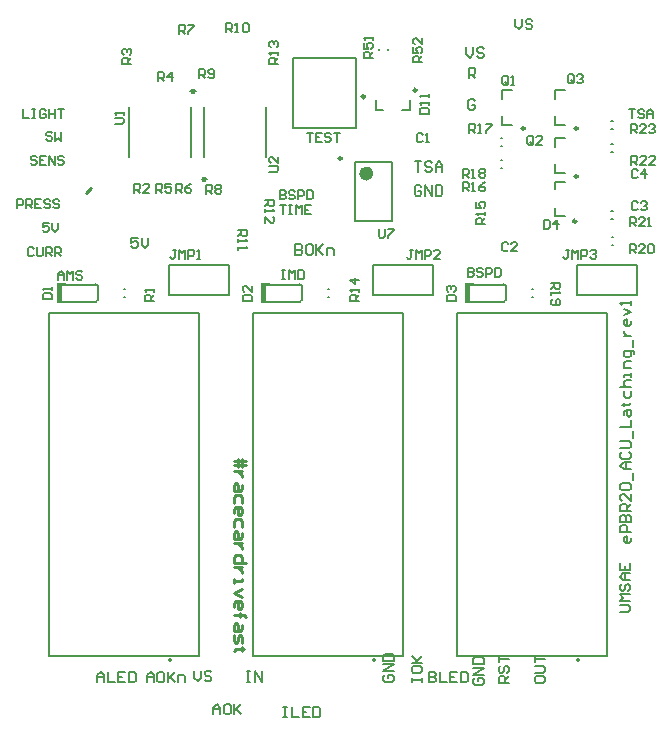
<source format=gto>
G04*
G04 #@! TF.GenerationSoftware,Altium Limited,Altium Designer,23.9.2 (47)*
G04*
G04 Layer_Color=65535*
%FSLAX23Y23*%
%MOIN*%
G70*
G04*
G04 #@! TF.SameCoordinates,38144B03-EB42-4DC1-9BB8-05FB135C1F71*
G04*
G04*
G04 #@! TF.FilePolarity,Positive*
G04*
G01*
G75*
%ADD10C,0.010*%
%ADD11C,0.010*%
%ADD12C,0.024*%
%ADD13C,0.008*%
%ADD14C,0.008*%
%ADD15C,0.006*%
%ADD16C,0.005*%
%ADD17C,0.009*%
%ADD18C,0.007*%
%ADD19R,0.026X0.007*%
%ADD20R,0.018X0.067*%
%ADD21R,0.023X0.007*%
D10*
X5804Y4670D02*
G03*
X5804Y4670I-5J0D01*
G01*
X4875Y4350D02*
X4890Y4365D01*
D11*
X6514Y4564D02*
G03*
X6514Y4564I-5J0D01*
G01*
X5977Y4692D02*
G03*
X5977Y4692I-5J0D01*
G01*
X5727Y4464D02*
G03*
X5727Y4464I-5J0D01*
G01*
X6337Y4564D02*
G03*
X6337Y4564I-5J0D01*
G01*
X6514Y4404D02*
G03*
X6514Y4404I-5J0D01*
G01*
X6509Y4255D02*
G03*
X6509Y4255I-5J0D01*
G01*
D12*
X5821Y4414D02*
G03*
X5821Y4414I-12J0D01*
G01*
D13*
X4916Y4036D02*
G03*
X4907Y4044I-9J0D01*
G01*
Y3986D02*
G03*
X4916Y3994I0J9D01*
G01*
X4798Y4044D02*
G03*
X4790Y4036I0J-9D01*
G01*
Y3994D02*
G03*
X4798Y3986I9J0D01*
G01*
X6150Y3994D02*
G03*
X6158Y3986I9J0D01*
G01*
Y4044D02*
G03*
X6150Y4036I0J-9D01*
G01*
X6267Y3986D02*
G03*
X6276Y3994I0J9D01*
G01*
Y4036D02*
G03*
X6267Y4044I-9J0D01*
G01*
X5470Y3994D02*
G03*
X5478Y3986I9J0D01*
G01*
Y4044D02*
G03*
X5470Y4036I0J-9D01*
G01*
X5587Y3986D02*
G03*
X5596Y3994I0J9D01*
G01*
Y4036D02*
G03*
X5587Y4044I-9J0D01*
G01*
X4798D02*
X4907D01*
X4798Y3986D02*
X4907D01*
X4916Y3994D02*
Y4036D01*
X4790Y3994D02*
Y4036D01*
X6150Y3994D02*
Y4036D01*
X6276Y3994D02*
Y4036D01*
X6158Y3986D02*
X6267D01*
X6158Y4044D02*
X6267D01*
X5470Y3994D02*
Y4036D01*
X5596Y3994D02*
Y4036D01*
X5478Y3986D02*
X5587D01*
X5478Y4044D02*
X5587D01*
D14*
X6519Y2792D02*
G03*
X6519Y2792I-4J0D01*
G01*
X5839D02*
G03*
X5839Y2792I-4J0D01*
G01*
X5159D02*
G03*
X5159Y2792I-4J0D01*
G01*
X6437Y4663D02*
Y4694D01*
X6473D01*
X6437Y4576D02*
Y4607D01*
Y4576D02*
X6473D01*
X5881Y4825D02*
Y4829D01*
X5853Y4825D02*
Y4829D01*
X5840Y4627D02*
X5866D01*
X5840D02*
Y4659D01*
X5929Y4627D02*
X5955D01*
Y4659D01*
X5770Y4257D02*
X5896D01*
X5770Y4453D02*
X5896D01*
Y4257D02*
Y4453D01*
X5770Y4257D02*
Y4453D01*
X6513Y4010D02*
Y4110D01*
X6713D01*
Y4010D02*
Y4110D01*
X6513Y4010D02*
X6713D01*
X5833D02*
Y4110D01*
X6033D01*
Y4010D02*
Y4110D01*
X5833Y4010D02*
X6033D01*
X5153D02*
Y4110D01*
X5353D01*
Y4010D02*
Y4110D01*
X5153Y4010D02*
X5353D01*
X6361Y4029D02*
X6365D01*
X6361Y4001D02*
X6365D01*
X5001Y4029D02*
X5005D01*
X5001Y4001D02*
X5005D01*
X5681Y4029D02*
X5685D01*
X5681Y4001D02*
X5685D01*
X6260Y4576D02*
X6296D01*
X6260D02*
Y4607D01*
Y4694D02*
X6296D01*
X6260Y4663D02*
Y4694D01*
X6626Y4561D02*
X6630D01*
X6626Y4589D02*
X6630D01*
X6259Y4459D02*
X6263D01*
X6259Y4431D02*
X6263D01*
X6258Y4506D02*
X6262D01*
X6258Y4534D02*
X6262D01*
X6626Y4261D02*
X6630D01*
X6626Y4289D02*
X6630D01*
X6437Y4416D02*
X6473D01*
X6437D02*
Y4447D01*
Y4534D02*
X6473D01*
X6437Y4503D02*
Y4534D01*
X6626Y4514D02*
X6630D01*
X6626Y4486D02*
X6630D01*
X6439Y4273D02*
X6471D01*
X6439D02*
Y4299D01*
Y4387D02*
X6471D01*
X6439Y4361D02*
Y4387D01*
X6628Y4176D02*
X6632D01*
X6628Y4204D02*
X6632D01*
D15*
X5564Y4565D02*
X5774D01*
Y4800D01*
X5564D02*
X5774D01*
X5564Y4565D02*
Y4800D01*
X5225Y4469D02*
Y4636D01*
X5018Y4469D02*
Y4636D01*
X5475Y4469D02*
Y4636D01*
X5268Y4469D02*
Y4636D01*
X5521Y4359D02*
Y4329D01*
X5536D01*
X5541Y4334D01*
Y4339D01*
X5536Y4344D01*
X5521D01*
X5536D01*
X5541Y4349D01*
Y4354D01*
X5536Y4359D01*
X5521D01*
X5571Y4354D02*
X5566Y4359D01*
X5556D01*
X5551Y4354D01*
Y4349D01*
X5556Y4344D01*
X5566D01*
X5571Y4339D01*
Y4334D01*
X5566Y4329D01*
X5556D01*
X5551Y4334D01*
X5581Y4329D02*
Y4359D01*
X5596D01*
X5601Y4354D01*
Y4344D01*
X5596Y4339D01*
X5581D01*
X5611Y4359D02*
Y4329D01*
X5626D01*
X5631Y4334D01*
Y4354D01*
X5626Y4359D01*
X5611D01*
X5521Y4309D02*
X5541D01*
X5531D01*
Y4279D01*
X5551Y4309D02*
X5561D01*
X5556D01*
Y4279D01*
X5551D01*
X5561D01*
X5576D02*
Y4309D01*
X5586Y4299D01*
X5596Y4309D01*
Y4279D01*
X5626Y4309D02*
X5606D01*
Y4279D01*
X5626D01*
X5606Y4294D02*
X5616D01*
X5850Y4230D02*
Y4205D01*
X5855Y4200D01*
X5865D01*
X5870Y4205D01*
Y4230D01*
X5880D02*
X5900D01*
Y4225D01*
X5880Y4205D01*
Y4200D01*
X5988Y4613D02*
X6018D01*
Y4628D01*
X6013Y4633D01*
X5993D01*
X5988Y4628D01*
Y4613D01*
X6018Y4643D02*
Y4653D01*
Y4648D01*
X5988D01*
X5993Y4643D01*
X6018Y4668D02*
Y4678D01*
Y4673D01*
X5988D01*
X5993Y4668D01*
X5997Y4544D02*
X5992Y4549D01*
X5982D01*
X5977Y4544D01*
Y4524D01*
X5982Y4519D01*
X5992D01*
X5997Y4524D01*
X6007Y4519D02*
X6017D01*
X6012D01*
Y4549D01*
X6007Y4544D01*
X5996Y4785D02*
X5966D01*
Y4800D01*
X5971Y4805D01*
X5981D01*
X5986Y4800D01*
Y4785D01*
Y4795D02*
X5996Y4805D01*
X5966Y4835D02*
Y4815D01*
X5981D01*
X5976Y4825D01*
Y4830D01*
X5981Y4835D01*
X5991D01*
X5996Y4830D01*
Y4820D01*
X5991Y4815D01*
X5996Y4865D02*
Y4845D01*
X5976Y4865D01*
X5971D01*
X5966Y4860D01*
Y4850D01*
X5971Y4845D01*
X5830Y4800D02*
X5800D01*
Y4815D01*
X5805Y4820D01*
X5815D01*
X5820Y4815D01*
Y4800D01*
Y4810D02*
X5830Y4820D01*
X5800Y4850D02*
Y4830D01*
X5815D01*
X5810Y4840D01*
Y4845D01*
X5815Y4850D01*
X5825D01*
X5830Y4845D01*
Y4835D01*
X5825Y4830D01*
X5830Y4860D02*
Y4870D01*
Y4865D01*
X5800D01*
X5805Y4860D01*
D16*
X6113Y2806D02*
Y3948D01*
X6613D01*
Y2806D02*
Y3948D01*
X6113Y2806D02*
X6613D01*
X5433D02*
Y3948D01*
X5933D01*
Y2806D02*
Y3948D01*
X5433Y2806D02*
X5933D01*
X4753D02*
Y3948D01*
X5253D01*
Y2806D02*
Y3948D01*
X4753Y2806D02*
X5253D01*
D17*
X5368Y3455D02*
X5408D01*
Y3442D02*
X5368D01*
X5395Y3462D02*
Y3442D01*
Y3435D01*
X5381Y3462D02*
Y3435D01*
X5395Y3422D02*
X5368D01*
X5381D01*
X5388Y3415D01*
X5395Y3409D01*
Y3402D01*
Y3375D02*
Y3362D01*
X5388Y3355D01*
X5368D01*
Y3375D01*
X5375Y3382D01*
X5381Y3375D01*
Y3355D01*
X5395Y3315D02*
Y3335D01*
X5388Y3342D01*
X5375D01*
X5368Y3335D01*
Y3315D01*
Y3282D02*
Y3295D01*
X5375Y3302D01*
X5388D01*
X5395Y3295D01*
Y3282D01*
X5388Y3275D01*
X5381D01*
Y3302D01*
X5395Y3235D02*
Y3255D01*
X5388Y3262D01*
X5375D01*
X5368Y3255D01*
Y3235D01*
X5395Y3215D02*
Y3202D01*
X5388Y3195D01*
X5368D01*
Y3215D01*
X5375Y3222D01*
X5381Y3215D01*
Y3195D01*
X5395Y3182D02*
X5368D01*
X5381D01*
X5388Y3175D01*
X5395Y3169D01*
Y3162D01*
X5408Y3115D02*
X5368D01*
Y3135D01*
X5375Y3142D01*
X5388D01*
X5395Y3135D01*
Y3115D01*
Y3102D02*
X5368D01*
X5381D01*
X5388Y3095D01*
X5395Y3089D01*
Y3082D01*
X5368Y3062D02*
Y3049D01*
Y3055D01*
X5395D01*
Y3062D01*
Y3029D02*
X5368Y3015D01*
X5395Y3002D01*
X5368Y2969D02*
Y2982D01*
X5375Y2989D01*
X5388D01*
X5395Y2982D01*
Y2969D01*
X5388Y2962D01*
X5381D01*
Y2989D01*
X5368Y2942D02*
X5401D01*
X5388D01*
Y2949D01*
Y2936D01*
Y2942D01*
X5401D01*
X5408Y2936D01*
X5395Y2909D02*
Y2896D01*
X5388Y2889D01*
X5368D01*
Y2909D01*
X5375Y2916D01*
X5381Y2909D01*
Y2889D01*
X5368Y2876D02*
Y2856D01*
X5375Y2849D01*
X5381Y2856D01*
Y2869D01*
X5388Y2876D01*
X5395Y2869D01*
Y2849D01*
X5401Y2829D02*
X5395D01*
Y2836D01*
Y2822D01*
Y2829D01*
X5375D01*
X5368Y2822D01*
D18*
X4665Y4629D02*
Y4599D01*
X4685D01*
X4695Y4629D02*
X4705D01*
X4700D01*
Y4599D01*
X4695D01*
X4705D01*
X4740Y4624D02*
X4735Y4629D01*
X4725D01*
X4720Y4624D01*
Y4604D01*
X4725Y4599D01*
X4735D01*
X4740Y4604D01*
Y4614D01*
X4730D01*
X4750Y4629D02*
Y4599D01*
Y4614D01*
X4770D01*
Y4629D01*
Y4599D01*
X4780Y4629D02*
X4800D01*
X4790D01*
Y4599D01*
X5240Y4688D02*
X5223D01*
X5236Y4695D02*
X5227Y4681D01*
X5236D02*
X5227Y4695D01*
X4762Y4548D02*
X4757Y4553D01*
X4747D01*
X4742Y4548D01*
Y4543D01*
X4747Y4538D01*
X4757D01*
X4762Y4533D01*
Y4528D01*
X4757Y4523D01*
X4747D01*
X4742Y4528D01*
X4772Y4553D02*
Y4523D01*
X4782Y4533D01*
X4792Y4523D01*
Y4553D01*
X5871Y2743D02*
X5865Y2737D01*
Y2726D01*
X5871Y2720D01*
X5894D01*
X5900Y2726D01*
Y2737D01*
X5894Y2743D01*
X5883D01*
Y2732D01*
X5900Y2755D02*
X5865D01*
X5900Y2778D01*
X5865D01*
Y2790D02*
X5900D01*
Y2807D01*
X5894Y2813D01*
X5871D01*
X5865Y2807D01*
Y2790D01*
X6305Y4930D02*
Y4907D01*
X6317Y4895D01*
X6328Y4907D01*
Y4930D01*
X6363Y4924D02*
X6357Y4930D01*
X6346D01*
X6340Y4924D01*
Y4918D01*
X6346Y4912D01*
X6357D01*
X6363Y4907D01*
Y4901D01*
X6357Y4895D01*
X6346D01*
X6340Y4901D01*
X5573Y4178D02*
Y4143D01*
X5590D01*
X5596Y4149D01*
Y4155D01*
X5590Y4160D01*
X5573D01*
X5590D01*
X5596Y4166D01*
Y4172D01*
X5590Y4178D01*
X5573D01*
X5625D02*
X5614D01*
X5608Y4172D01*
Y4149D01*
X5614Y4143D01*
X5625D01*
X5631Y4149D01*
Y4172D01*
X5625Y4178D01*
X5643D02*
Y4143D01*
Y4155D01*
X5666Y4178D01*
X5649Y4160D01*
X5666Y4143D01*
X5678D02*
Y4166D01*
X5695D01*
X5701Y4160D01*
Y4143D01*
X4645Y4299D02*
Y4329D01*
X4660D01*
X4665Y4324D01*
Y4314D01*
X4660Y4309D01*
X4645D01*
X4675Y4299D02*
Y4329D01*
X4690D01*
X4695Y4324D01*
Y4314D01*
X4690Y4309D01*
X4675D01*
X4685D02*
X4695Y4299D01*
X4725Y4329D02*
X4705D01*
Y4299D01*
X4725D01*
X4705Y4314D02*
X4715D01*
X4755Y4324D02*
X4750Y4329D01*
X4740D01*
X4735Y4324D01*
Y4319D01*
X4740Y4314D01*
X4750D01*
X4755Y4309D01*
Y4304D01*
X4750Y4299D01*
X4740D01*
X4735Y4304D01*
X4785Y4324D02*
X4780Y4329D01*
X4770D01*
X4765Y4324D01*
Y4319D01*
X4770Y4314D01*
X4780D01*
X4785Y4309D01*
Y4304D01*
X4780Y4299D01*
X4770D01*
X4765Y4304D01*
X5299Y2611D02*
Y2634D01*
X5311Y2646D01*
X5322Y2634D01*
Y2611D01*
Y2628D01*
X5299D01*
X5351Y2646D02*
X5340D01*
X5334Y2640D01*
Y2617D01*
X5340Y2611D01*
X5351D01*
X5357Y2617D01*
Y2640D01*
X5351Y2646D01*
X5369D02*
Y2611D01*
Y2623D01*
X5392Y2646D01*
X5375Y2628D01*
X5392Y2611D01*
X6654Y2953D02*
X6683D01*
X6689Y2959D01*
Y2970D01*
X6683Y2976D01*
X6654D01*
X6689Y2988D02*
X6654D01*
X6666Y3000D01*
X6654Y3011D01*
X6689D01*
X6660Y3046D02*
X6654Y3040D01*
Y3029D01*
X6660Y3023D01*
X6666D01*
X6672Y3029D01*
Y3040D01*
X6677Y3046D01*
X6683D01*
X6689Y3040D01*
Y3029D01*
X6683Y3023D01*
X6689Y3058D02*
X6666D01*
X6654Y3070D01*
X6666Y3081D01*
X6689D01*
X6672D01*
Y3058D01*
X6654Y3116D02*
Y3093D01*
X6689D01*
Y3116D01*
X6672Y3093D02*
Y3105D01*
X6691Y3200D02*
Y3189D01*
X6685Y3183D01*
X6674D01*
X6668Y3189D01*
Y3200D01*
X6674Y3206D01*
X6679D01*
Y3183D01*
X6691Y3218D02*
X6656D01*
Y3235D01*
X6662Y3241D01*
X6674D01*
X6679Y3235D01*
Y3218D01*
X6656Y3253D02*
X6691D01*
Y3270D01*
X6685Y3276D01*
X6679D01*
X6674Y3270D01*
Y3253D01*
Y3270D01*
X6668Y3276D01*
X6662D01*
X6656Y3270D01*
Y3253D01*
X6691Y3288D02*
X6656D01*
Y3305D01*
X6662Y3311D01*
X6674D01*
X6679Y3305D01*
Y3288D01*
Y3300D02*
X6691Y3311D01*
Y3346D02*
Y3323D01*
X6668Y3346D01*
X6662D01*
X6656Y3340D01*
Y3329D01*
X6662Y3323D01*
Y3358D02*
X6656Y3364D01*
Y3375D01*
X6662Y3381D01*
X6685D01*
X6691Y3375D01*
Y3364D01*
X6685Y3358D01*
X6662D01*
X6697Y3393D02*
Y3416D01*
X6691Y3428D02*
X6668D01*
X6656Y3440D01*
X6668Y3451D01*
X6691D01*
X6674D01*
Y3428D01*
X6662Y3486D02*
X6656Y3480D01*
Y3469D01*
X6662Y3463D01*
X6685D01*
X6691Y3469D01*
Y3480D01*
X6685Y3486D01*
X6656Y3498D02*
X6685D01*
X6691Y3504D01*
Y3515D01*
X6685Y3521D01*
X6656D01*
X6697Y3533D02*
Y3556D01*
X6656Y3568D02*
X6691D01*
Y3591D01*
X6668Y3609D02*
Y3620D01*
X6674Y3626D01*
X6691D01*
Y3609D01*
X6685Y3603D01*
X6679Y3609D01*
Y3626D01*
X6662Y3644D02*
X6668D01*
Y3638D01*
Y3650D01*
Y3644D01*
X6685D01*
X6691Y3650D01*
X6668Y3690D02*
Y3673D01*
X6674Y3667D01*
X6685D01*
X6691Y3673D01*
Y3690D01*
X6656Y3702D02*
X6691D01*
X6674D01*
X6668Y3708D01*
Y3719D01*
X6674Y3725D01*
X6691D01*
Y3737D02*
Y3749D01*
Y3743D01*
X6668D01*
Y3737D01*
X6691Y3766D02*
X6668D01*
Y3784D01*
X6674Y3789D01*
X6691D01*
X6703Y3813D02*
Y3819D01*
X6697Y3824D01*
X6668D01*
Y3807D01*
X6674Y3801D01*
X6685D01*
X6691Y3807D01*
Y3824D01*
X6697Y3836D02*
Y3859D01*
X6668Y3871D02*
X6691D01*
X6679D01*
X6674Y3877D01*
X6668Y3883D01*
Y3889D01*
X6691Y3924D02*
Y3912D01*
X6685Y3906D01*
X6674D01*
X6668Y3912D01*
Y3924D01*
X6674Y3929D01*
X6679D01*
Y3906D01*
X6668Y3941D02*
X6691Y3953D01*
X6668Y3964D01*
X6691Y3976D02*
Y3988D01*
Y3982D01*
X6656D01*
X6662Y3976D01*
X5235Y2756D02*
Y2733D01*
X5247Y2721D01*
X5258Y2733D01*
Y2756D01*
X5293Y2751D02*
X5287Y2756D01*
X5276D01*
X5270Y2751D01*
Y2745D01*
X5276Y2739D01*
X5287D01*
X5293Y2733D01*
Y2727D01*
X5287Y2721D01*
X5276D01*
X5270Y2727D01*
X5078Y2718D02*
Y2741D01*
X5090Y2753D01*
X5101Y2741D01*
Y2718D01*
Y2735D01*
X5078D01*
X5130Y2753D02*
X5119D01*
X5113Y2747D01*
Y2724D01*
X5119Y2718D01*
X5130D01*
X5136Y2724D01*
Y2747D01*
X5130Y2753D01*
X5148D02*
Y2718D01*
Y2730D01*
X5171Y2753D01*
X5154Y2735D01*
X5171Y2718D01*
X5183D02*
Y2741D01*
X5200D01*
X5206Y2735D01*
Y2718D01*
X4912D02*
Y2741D01*
X4924Y2753D01*
X4936Y2741D01*
Y2718D01*
Y2735D01*
X4912D01*
X4947Y2753D02*
Y2718D01*
X4971D01*
X5006Y2753D02*
X4982D01*
Y2718D01*
X5006D01*
X4982Y2735D02*
X4994D01*
X5017Y2753D02*
Y2718D01*
X5035D01*
X5041Y2724D01*
Y2747D01*
X5035Y2753D01*
X5017D01*
X5410Y2755D02*
X5422D01*
X5416D01*
Y2720D01*
X5410D01*
X5422D01*
X5439D02*
Y2755D01*
X5462Y2720D01*
Y2755D01*
X5533Y2636D02*
X5545D01*
X5539D01*
Y2601D01*
X5533D01*
X5545D01*
X5562Y2636D02*
Y2601D01*
X5585D01*
X5620Y2636D02*
X5597D01*
Y2601D01*
X5620D01*
X5597Y2618D02*
X5609D01*
X5632Y2636D02*
Y2601D01*
X5650D01*
X5655Y2607D01*
Y2630D01*
X5650Y2636D01*
X5632D01*
X5960Y2720D02*
Y2732D01*
Y2726D01*
X5995D01*
Y2720D01*
Y2732D01*
X5960Y2767D02*
Y2755D01*
X5966Y2749D01*
X5989D01*
X5995Y2755D01*
Y2767D01*
X5989Y2772D01*
X5966D01*
X5960Y2767D01*
Y2784D02*
X5995D01*
X5983D01*
X5960Y2807D01*
X5978Y2790D01*
X5995Y2807D01*
X6019Y2753D02*
Y2718D01*
X6036D01*
X6042Y2724D01*
Y2730D01*
X6036Y2735D01*
X6019D01*
X6036D01*
X6042Y2741D01*
Y2747D01*
X6036Y2753D01*
X6019D01*
X6054D02*
Y2718D01*
X6077D01*
X6112Y2753D02*
X6089D01*
Y2718D01*
X6112D01*
X6089Y2735D02*
X6101D01*
X6124Y2753D02*
Y2718D01*
X6141D01*
X6147Y2724D01*
Y2747D01*
X6141Y2753D01*
X6124D01*
X6171Y2732D02*
X6165Y2726D01*
Y2715D01*
X6171Y2709D01*
X6194D01*
X6200Y2715D01*
Y2726D01*
X6194Y2732D01*
X6183D01*
Y2721D01*
X6200Y2744D02*
X6165D01*
X6200Y2767D01*
X6165D01*
Y2779D02*
X6200D01*
Y2796D01*
X6194Y2802D01*
X6171D01*
X6165Y2796D01*
Y2779D01*
X6285Y2715D02*
X6250D01*
Y2732D01*
X6256Y2738D01*
X6268D01*
X6273Y2732D01*
Y2715D01*
Y2727D02*
X6285Y2738D01*
X6256Y2773D02*
X6250Y2767D01*
Y2756D01*
X6256Y2750D01*
X6262D01*
X6268Y2756D01*
Y2767D01*
X6273Y2773D01*
X6279D01*
X6285Y2767D01*
Y2756D01*
X6279Y2750D01*
X6250Y2785D02*
Y2808D01*
Y2797D01*
X6285D01*
X6370Y2732D02*
Y2721D01*
X6376Y2715D01*
X6399D01*
X6405Y2721D01*
Y2732D01*
X6399Y2738D01*
X6376D01*
X6370Y2732D01*
Y2750D02*
X6399D01*
X6405Y2756D01*
Y2767D01*
X6399Y2773D01*
X6370D01*
Y2785D02*
Y2808D01*
Y2797D01*
X6405D01*
X6143Y4835D02*
Y4812D01*
X6154Y4800D01*
X6166Y4812D01*
Y4835D01*
X6201Y4829D02*
X6195Y4835D01*
X6184D01*
X6178Y4829D01*
Y4823D01*
X6184Y4817D01*
X6195D01*
X6201Y4812D01*
Y4806D01*
X6195Y4800D01*
X6184D01*
X6178Y4806D01*
X5993Y4369D02*
X5987Y4375D01*
X5976D01*
X5970Y4369D01*
Y4346D01*
X5976Y4340D01*
X5987D01*
X5993Y4346D01*
Y4357D01*
X5982D01*
X6005Y4340D02*
Y4375D01*
X6028Y4340D01*
Y4375D01*
X6040D02*
Y4340D01*
X6057D01*
X6063Y4346D01*
Y4369D01*
X6057Y4375D01*
X6040D01*
X6150Y4733D02*
Y4767D01*
X6167D01*
X6173Y4762D01*
Y4750D01*
X6167Y4744D01*
X6150D01*
X6162D02*
X6173Y4733D01*
X6172Y4656D02*
X6166Y4662D01*
X6154D01*
X6148Y4656D01*
Y4633D01*
X6154Y4627D01*
X6166D01*
X6172Y4633D01*
Y4644D01*
X6160D01*
X5970Y4455D02*
X5993D01*
X5982D01*
Y4420D01*
X6028Y4449D02*
X6022Y4455D01*
X6011D01*
X6005Y4449D01*
Y4443D01*
X6011Y4437D01*
X6022D01*
X6028Y4432D01*
Y4426D01*
X6022Y4420D01*
X6011D01*
X6005Y4426D01*
X6040Y4420D02*
Y4443D01*
X6052Y4455D01*
X6063Y4443D01*
Y4420D01*
Y4437D01*
X6040D01*
X4711Y4468D02*
X4706Y4473D01*
X4696D01*
X4691Y4468D01*
Y4463D01*
X4696Y4458D01*
X4706D01*
X4711Y4453D01*
Y4448D01*
X4706Y4443D01*
X4696D01*
X4691Y4448D01*
X4741Y4473D02*
X4721D01*
Y4443D01*
X4741D01*
X4721Y4458D02*
X4731D01*
X4751Y4443D02*
Y4473D01*
X4771Y4443D01*
Y4473D01*
X4801Y4468D02*
X4796Y4473D01*
X4786D01*
X4781Y4468D01*
Y4463D01*
X4786Y4458D01*
X4796D01*
X4801Y4453D01*
Y4448D01*
X4796Y4443D01*
X4786D01*
X4781Y4448D01*
X4750Y4250D02*
X4730D01*
Y4235D01*
X4740Y4240D01*
X4745D01*
X4750Y4235D01*
Y4225D01*
X4745Y4220D01*
X4735D01*
X4730Y4225D01*
X4760Y4250D02*
Y4230D01*
X4770Y4220D01*
X4780Y4230D01*
Y4250D01*
X4700Y4163D02*
X4695Y4168D01*
X4685D01*
X4680Y4163D01*
Y4143D01*
X4685Y4138D01*
X4695D01*
X4700Y4143D01*
X4710Y4168D02*
Y4143D01*
X4715Y4138D01*
X4725D01*
X4730Y4143D01*
Y4168D01*
X4740Y4138D02*
Y4168D01*
X4755D01*
X4760Y4163D01*
Y4153D01*
X4755Y4148D01*
X4740D01*
X4750D02*
X4760Y4138D01*
X4770D02*
Y4168D01*
X4785D01*
X4790Y4163D01*
Y4153D01*
X4785Y4148D01*
X4770D01*
X4780D02*
X4790Y4138D01*
X5048Y4200D02*
X5025D01*
Y4182D01*
X5037Y4188D01*
X5042D01*
X5048Y4182D01*
Y4171D01*
X5042Y4165D01*
X5031D01*
X5025Y4171D01*
X5060Y4200D02*
Y4177D01*
X5072Y4165D01*
X5083Y4177D01*
Y4200D01*
X5260Y4397D02*
X5277D01*
X5264Y4390D02*
X5273Y4404D01*
X5264D02*
X5273Y4390D01*
X6500Y4720D02*
Y4740D01*
X6495Y4745D01*
X6485D01*
X6480Y4740D01*
Y4720D01*
X6485Y4715D01*
X6495D01*
X6490Y4725D02*
X6500Y4715D01*
X6495D02*
X6500Y4720D01*
X6510Y4740D02*
X6515Y4745D01*
X6525D01*
X6530Y4740D01*
Y4735D01*
X6525Y4730D01*
X6520D01*
X6525D01*
X6530Y4725D01*
Y4720D01*
X6525Y4715D01*
X6515D01*
X6510Y4720D01*
X4970Y4580D02*
X4995D01*
X5000Y4585D01*
Y4595D01*
X4995Y4600D01*
X4970D01*
X5000Y4610D02*
Y4620D01*
Y4615D01*
X4970D01*
X4975Y4610D01*
X5610Y4550D02*
X5630D01*
X5620D01*
Y4520D01*
X5660Y4550D02*
X5640D01*
Y4520D01*
X5660D01*
X5640Y4535D02*
X5650D01*
X5690Y4545D02*
X5685Y4550D01*
X5675D01*
X5670Y4545D01*
Y4540D01*
X5675Y4535D01*
X5685D01*
X5690Y4530D01*
Y4525D01*
X5685Y4520D01*
X5675D01*
X5670Y4525D01*
X5700Y4550D02*
X5720D01*
X5710D01*
Y4520D01*
X5485Y4420D02*
X5510D01*
X5515Y4425D01*
Y4435D01*
X5510Y4440D01*
X5485D01*
X5515Y4470D02*
Y4450D01*
X5495Y4470D01*
X5490D01*
X5485Y4465D01*
Y4455D01*
X5490Y4450D01*
X5343Y4885D02*
Y4915D01*
X5358D01*
X5363Y4910D01*
Y4900D01*
X5358Y4895D01*
X5343D01*
X5353D02*
X5363Y4885D01*
X5373D02*
X5383D01*
X5378D01*
Y4915D01*
X5373Y4910D01*
X5398D02*
X5403Y4915D01*
X5413D01*
X5418Y4910D01*
Y4890D01*
X5413Y4885D01*
X5403D01*
X5398Y4890D01*
Y4910D01*
X5275Y4346D02*
Y4376D01*
X5290D01*
X5295Y4371D01*
Y4361D01*
X5290Y4356D01*
X5275D01*
X5285D02*
X5295Y4346D01*
X5305Y4371D02*
X5310Y4376D01*
X5320D01*
X5325Y4371D01*
Y4366D01*
X5320Y4361D01*
X5325Y4356D01*
Y4351D01*
X5320Y4346D01*
X5310D01*
X5305Y4351D01*
Y4356D01*
X5310Y4361D01*
X5305Y4366D01*
Y4371D01*
X5310Y4361D02*
X5320D01*
X5025Y4780D02*
X4995D01*
Y4795D01*
X5000Y4800D01*
X5010D01*
X5015Y4795D01*
Y4780D01*
Y4790D02*
X5025Y4800D01*
X5000Y4810D02*
X4995Y4815D01*
Y4825D01*
X5000Y4830D01*
X5005D01*
X5010Y4825D01*
Y4820D01*
Y4825D01*
X5015Y4830D01*
X5020D01*
X5025Y4825D01*
Y4815D01*
X5020Y4810D01*
X5115Y4722D02*
Y4752D01*
X5130D01*
X5135Y4747D01*
Y4737D01*
X5130Y4732D01*
X5115D01*
X5125D02*
X5135Y4722D01*
X5160D02*
Y4752D01*
X5145Y4737D01*
X5165D01*
X5383Y4225D02*
X5413D01*
Y4210D01*
X5408Y4205D01*
X5398D01*
X5393Y4210D01*
Y4225D01*
Y4215D02*
X5383Y4205D01*
Y4195D02*
Y4185D01*
Y4190D01*
X5413D01*
X5408Y4195D01*
X5383Y4170D02*
Y4160D01*
Y4165D01*
X5413D01*
X5408Y4170D01*
X5109Y4350D02*
Y4380D01*
X5124D01*
X5129Y4375D01*
Y4365D01*
X5124Y4360D01*
X5109D01*
X5119D02*
X5129Y4350D01*
X5159Y4380D02*
X5139D01*
Y4365D01*
X5149Y4370D01*
X5154D01*
X5159Y4365D01*
Y4355D01*
X5154Y4350D01*
X5144D01*
X5139Y4355D01*
X5035Y4350D02*
Y4380D01*
X5050D01*
X5055Y4375D01*
Y4365D01*
X5050Y4360D01*
X5035D01*
X5045D02*
X5055Y4350D01*
X5085D02*
X5065D01*
X5085Y4370D01*
Y4375D01*
X5080Y4380D01*
X5070D01*
X5065Y4375D01*
X5473Y4325D02*
X5503D01*
Y4310D01*
X5498Y4305D01*
X5488D01*
X5483Y4310D01*
Y4325D01*
Y4315D02*
X5473Y4305D01*
Y4295D02*
Y4285D01*
Y4290D01*
X5503D01*
X5498Y4295D01*
X5473Y4250D02*
Y4270D01*
X5493Y4250D01*
X5498D01*
X5503Y4255D01*
Y4265D01*
X5498Y4270D01*
X5185Y4880D02*
Y4910D01*
X5200D01*
X5205Y4905D01*
Y4895D01*
X5200Y4890D01*
X5185D01*
X5195D02*
X5205Y4880D01*
X5215Y4910D02*
X5235D01*
Y4905D01*
X5215Y4885D01*
Y4880D01*
X5175Y4350D02*
Y4380D01*
X5190D01*
X5195Y4375D01*
Y4365D01*
X5190Y4360D01*
X5175D01*
X5185D02*
X5195Y4350D01*
X5225Y4380D02*
X5215Y4375D01*
X5205Y4365D01*
Y4355D01*
X5210Y4350D01*
X5220D01*
X5225Y4355D01*
Y4360D01*
X5220Y4365D01*
X5205D01*
X5253Y4733D02*
Y4762D01*
X5268D01*
X5273Y4757D01*
Y4747D01*
X5268Y4742D01*
X5253D01*
X5263D02*
X5273Y4733D01*
X5283Y4737D02*
X5288Y4733D01*
X5298D01*
X5303Y4737D01*
Y4757D01*
X5298Y4762D01*
X5288D01*
X5283Y4757D01*
Y4752D01*
X5288Y4747D01*
X5303D01*
X5515Y4780D02*
X5485D01*
Y4795D01*
X5490Y4800D01*
X5500D01*
X5505Y4795D01*
Y4780D01*
Y4790D02*
X5515Y4800D01*
Y4810D02*
Y4820D01*
Y4815D01*
X5485D01*
X5490Y4810D01*
Y4835D02*
X5485Y4840D01*
Y4850D01*
X5490Y4855D01*
X5495D01*
X5500Y4850D01*
Y4845D01*
Y4850D01*
X5505Y4855D01*
X5510D01*
X5515Y4850D01*
Y4840D01*
X5510Y4835D01*
X6485Y4160D02*
X6475D01*
X6480D01*
Y4135D01*
X6475Y4130D01*
X6470D01*
X6465Y4135D01*
X6495Y4130D02*
Y4160D01*
X6505Y4150D01*
X6515Y4160D01*
Y4130D01*
X6525D02*
Y4160D01*
X6540D01*
X6545Y4155D01*
Y4145D01*
X6540Y4140D01*
X6525D01*
X6555Y4155D02*
X6560Y4160D01*
X6570D01*
X6575Y4155D01*
Y4150D01*
X6570Y4145D01*
X6565D01*
X6570D01*
X6575Y4140D01*
Y4135D01*
X6570Y4130D01*
X6560D01*
X6555Y4135D01*
X5964Y4160D02*
X5954D01*
X5959D01*
Y4135D01*
X5954Y4130D01*
X5949D01*
X5944Y4135D01*
X5974Y4130D02*
Y4160D01*
X5984Y4150D01*
X5994Y4160D01*
Y4130D01*
X6004D02*
Y4160D01*
X6019D01*
X6024Y4155D01*
Y4145D01*
X6019Y4140D01*
X6004D01*
X6054Y4130D02*
X6034D01*
X6054Y4150D01*
Y4155D01*
X6049Y4160D01*
X6039D01*
X6034Y4155D01*
X5175Y4160D02*
X5165D01*
X5170D01*
Y4135D01*
X5165Y4130D01*
X5160D01*
X5155Y4135D01*
X5185Y4130D02*
Y4160D01*
X5195Y4150D01*
X5205Y4160D01*
Y4130D01*
X5215D02*
Y4160D01*
X5230D01*
X5235Y4155D01*
Y4145D01*
X5230Y4140D01*
X5215D01*
X5245Y4130D02*
X5255D01*
X5250D01*
Y4160D01*
X5245Y4155D01*
X6691Y4549D02*
Y4579D01*
X6706D01*
X6711Y4574D01*
Y4564D01*
X6706Y4559D01*
X6691D01*
X6701D02*
X6711Y4549D01*
X6741D02*
X6721D01*
X6741Y4569D01*
Y4574D01*
X6736Y4579D01*
X6726D01*
X6721Y4574D01*
X6751D02*
X6756Y4579D01*
X6766D01*
X6771Y4574D01*
Y4569D01*
X6766Y4564D01*
X6761D01*
X6766D01*
X6771Y4559D01*
Y4554D01*
X6766Y4549D01*
X6756D01*
X6751Y4554D01*
X6687Y4148D02*
Y4178D01*
X6702D01*
X6707Y4173D01*
Y4163D01*
X6702Y4158D01*
X6687D01*
X6697D02*
X6707Y4148D01*
X6737D02*
X6717D01*
X6737Y4168D01*
Y4173D01*
X6732Y4178D01*
X6722D01*
X6717Y4173D01*
X6747D02*
X6752Y4178D01*
X6762D01*
X6767Y4173D01*
Y4153D01*
X6762Y4148D01*
X6752D01*
X6747Y4153D01*
Y4173D01*
X6692Y4444D02*
Y4474D01*
X6707D01*
X6712Y4469D01*
Y4459D01*
X6707Y4454D01*
X6692D01*
X6702D02*
X6712Y4444D01*
X6742D02*
X6722D01*
X6742Y4464D01*
Y4469D01*
X6737Y4474D01*
X6727D01*
X6722Y4469D01*
X6772Y4444D02*
X6752D01*
X6772Y4464D01*
Y4469D01*
X6767Y4474D01*
X6757D01*
X6752Y4469D01*
X6205Y4245D02*
X6175D01*
Y4260D01*
X6180Y4265D01*
X6190D01*
X6195Y4260D01*
Y4245D01*
Y4255D02*
X6205Y4265D01*
Y4275D02*
Y4285D01*
Y4280D01*
X6175D01*
X6180Y4275D01*
X6175Y4320D02*
Y4300D01*
X6190D01*
X6185Y4310D01*
Y4315D01*
X6190Y4320D01*
X6200D01*
X6205Y4315D01*
Y4305D01*
X6200Y4300D01*
X6687Y4238D02*
Y4268D01*
X6702D01*
X6707Y4263D01*
Y4253D01*
X6702Y4248D01*
X6687D01*
X6697D02*
X6707Y4238D01*
X6737D02*
X6717D01*
X6737Y4258D01*
Y4263D01*
X6732Y4268D01*
X6722D01*
X6717Y4263D01*
X6747Y4238D02*
X6757D01*
X6752D01*
Y4268D01*
X6747Y4263D01*
X6130Y4355D02*
Y4385D01*
X6145D01*
X6150Y4380D01*
Y4370D01*
X6145Y4365D01*
X6130D01*
X6140D02*
X6150Y4355D01*
X6160D02*
X6170D01*
X6165D01*
Y4385D01*
X6160Y4380D01*
X6205Y4385D02*
X6195Y4380D01*
X6185Y4370D01*
Y4360D01*
X6190Y4355D01*
X6200D01*
X6205Y4360D01*
Y4365D01*
X6200Y4370D01*
X6185D01*
X6153Y4550D02*
Y4580D01*
X6168D01*
X6173Y4575D01*
Y4565D01*
X6168Y4560D01*
X6153D01*
X6163D02*
X6173Y4550D01*
X6183D02*
X6193D01*
X6188D01*
Y4580D01*
X6183Y4575D01*
X6208Y4580D02*
X6228D01*
Y4575D01*
X6208Y4555D01*
Y4550D01*
X6130Y4400D02*
Y4430D01*
X6145D01*
X6150Y4425D01*
Y4415D01*
X6145Y4410D01*
X6130D01*
X6140D02*
X6150Y4400D01*
X6160D02*
X6170D01*
X6165D01*
Y4430D01*
X6160Y4425D01*
X6185D02*
X6190Y4430D01*
X6200D01*
X6205Y4425D01*
Y4420D01*
X6200Y4415D01*
X6205Y4410D01*
Y4405D01*
X6200Y4400D01*
X6190D01*
X6185Y4405D01*
Y4410D01*
X6190Y4415D01*
X6185Y4420D01*
Y4425D01*
X6190Y4415D02*
X6200D01*
X6365Y4515D02*
Y4535D01*
X6360Y4540D01*
X6350D01*
X6345Y4535D01*
Y4515D01*
X6350Y4510D01*
X6360D01*
X6355Y4520D02*
X6365Y4510D01*
X6360D02*
X6365Y4515D01*
X6395Y4510D02*
X6375D01*
X6395Y4530D01*
Y4535D01*
X6390Y4540D01*
X6380D01*
X6375Y4535D01*
X6282Y4715D02*
Y4735D01*
X6277Y4740D01*
X6267D01*
X6262Y4735D01*
Y4715D01*
X6267Y4710D01*
X6277D01*
X6272Y4720D02*
X6282Y4710D01*
X6277D02*
X6282Y4715D01*
X6292Y4710D02*
X6302D01*
X6297D01*
Y4740D01*
X6292Y4735D01*
X6685Y4628D02*
X6705D01*
X6695D01*
Y4598D01*
X6735Y4623D02*
X6730Y4628D01*
X6720D01*
X6715Y4623D01*
Y4618D01*
X6720Y4613D01*
X6730D01*
X6735Y4608D01*
Y4603D01*
X6730Y4598D01*
X6720D01*
X6715Y4603D01*
X6745Y4598D02*
Y4618D01*
X6755Y4628D01*
X6765Y4618D01*
Y4598D01*
Y4613D01*
X6745D01*
X6400Y4260D02*
Y4230D01*
X6415D01*
X6420Y4235D01*
Y4255D01*
X6415Y4260D01*
X6400D01*
X6445Y4230D02*
Y4260D01*
X6430Y4245D01*
X6450D01*
X6714Y4316D02*
X6709Y4321D01*
X6699D01*
X6694Y4316D01*
Y4296D01*
X6699Y4291D01*
X6709D01*
X6714Y4296D01*
X6724Y4316D02*
X6729Y4321D01*
X6739D01*
X6744Y4316D01*
Y4311D01*
X6739Y4306D01*
X6734D01*
X6739D01*
X6744Y4301D01*
Y4296D01*
X6739Y4291D01*
X6729D01*
X6724Y4296D01*
X6282Y4180D02*
X6277Y4185D01*
X6267D01*
X6262Y4180D01*
Y4160D01*
X6267Y4155D01*
X6277D01*
X6282Y4160D01*
X6312Y4155D02*
X6292D01*
X6312Y4175D01*
Y4180D01*
X6307Y4185D01*
X6297D01*
X6292Y4180D01*
X6714Y4423D02*
X6709Y4428D01*
X6699D01*
X6694Y4423D01*
Y4403D01*
X6699Y4398D01*
X6709D01*
X6714Y4403D01*
X6739Y4398D02*
Y4428D01*
X6724Y4413D01*
X6744D01*
X6425Y4050D02*
X6455D01*
Y4035D01*
X6450Y4030D01*
X6440D01*
X6435Y4035D01*
Y4050D01*
Y4040D02*
X6425Y4030D01*
Y4020D02*
Y4010D01*
Y4015D01*
X6455D01*
X6450Y4020D01*
X6430Y3995D02*
X6425Y3990D01*
Y3980D01*
X6430Y3975D01*
X6450D01*
X6455Y3980D01*
Y3990D01*
X6450Y3995D01*
X6445D01*
X6440Y3990D01*
Y3975D01*
X5786Y3990D02*
X5756D01*
Y4005D01*
X5761Y4010D01*
X5771D01*
X5776Y4005D01*
Y3990D01*
Y4000D02*
X5786Y4010D01*
Y4020D02*
Y4030D01*
Y4025D01*
X5756D01*
X5761Y4020D01*
X5786Y4060D02*
X5756D01*
X5771Y4045D01*
Y4065D01*
X5100Y3990D02*
X5070D01*
Y4005D01*
X5075Y4010D01*
X5085D01*
X5090Y4005D01*
Y3990D01*
Y4000D02*
X5100Y4010D01*
Y4020D02*
Y4030D01*
Y4025D01*
X5070D01*
X5075Y4020D01*
X5528Y4091D02*
X5538D01*
X5533D01*
Y4061D01*
X5528D01*
X5538D01*
X5553D02*
Y4091D01*
X5563Y4081D01*
X5573Y4091D01*
Y4061D01*
X5583Y4091D02*
Y4061D01*
X5598D01*
X5603Y4066D01*
Y4086D01*
X5598Y4091D01*
X5583D01*
X6078Y3990D02*
X6108D01*
Y4005D01*
X6103Y4010D01*
X6083D01*
X6078Y4005D01*
Y3990D01*
X6083Y4020D02*
X6078Y4025D01*
Y4035D01*
X6083Y4040D01*
X6088D01*
X6093Y4035D01*
Y4030D01*
Y4035D01*
X6098Y4040D01*
X6103D01*
X6108Y4035D01*
Y4025D01*
X6103Y4020D01*
X5398Y3990D02*
X5428D01*
Y4005D01*
X5423Y4010D01*
X5403D01*
X5398Y4005D01*
Y3990D01*
X5428Y4040D02*
Y4020D01*
X5408Y4040D01*
X5403D01*
X5398Y4035D01*
Y4025D01*
X5403Y4020D01*
X4730Y3995D02*
X4760D01*
Y4010D01*
X4755Y4015D01*
X4735D01*
X4730Y4010D01*
Y3995D01*
X4760Y4025D02*
Y4035D01*
Y4030D01*
X4730D01*
X4735Y4025D01*
X6148Y4100D02*
Y4070D01*
X6163D01*
X6168Y4075D01*
Y4080D01*
X6163Y4085D01*
X6148D01*
X6163D01*
X6168Y4090D01*
Y4095D01*
X6163Y4100D01*
X6148D01*
X6198Y4095D02*
X6193Y4100D01*
X6183D01*
X6178Y4095D01*
Y4090D01*
X6183Y4085D01*
X6193D01*
X6198Y4080D01*
Y4075D01*
X6193Y4070D01*
X6183D01*
X6178Y4075D01*
X6208Y4070D02*
Y4100D01*
X6223D01*
X6228Y4095D01*
Y4085D01*
X6223Y4080D01*
X6208D01*
X6238Y4100D02*
Y4070D01*
X6253D01*
X6258Y4075D01*
Y4095D01*
X6253Y4100D01*
X6238D01*
X4783Y4060D02*
Y4080D01*
X4793Y4090D01*
X4803Y4080D01*
Y4060D01*
Y4075D01*
X4783D01*
X4813Y4060D02*
Y4090D01*
X4823Y4080D01*
X4833Y4090D01*
Y4060D01*
X4863Y4085D02*
X4858Y4090D01*
X4848D01*
X4843Y4085D01*
Y4080D01*
X4848Y4075D01*
X4858D01*
X4863Y4070D01*
Y4065D01*
X4858Y4060D01*
X4848D01*
X4843Y4065D01*
D19*
X4796Y4045D02*
D03*
X6156D02*
D03*
X5476D02*
D03*
D20*
X4784Y4015D02*
D03*
X6144D02*
D03*
X5464D02*
D03*
D21*
X4794Y3985D02*
D03*
X6154D02*
D03*
X5474D02*
D03*
M02*

</source>
